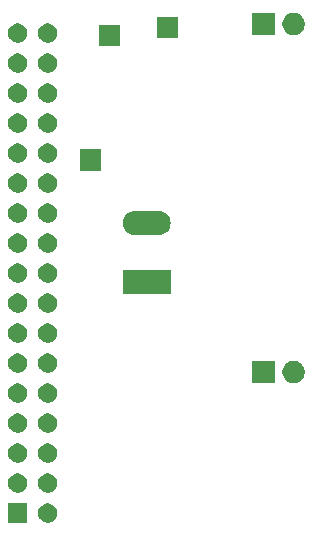
<source format=gbr>
G04 #@! TF.GenerationSoftware,KiCad,Pcbnew,5.1.6-c6e7f7d~87~ubuntu18.04.1*
G04 #@! TF.CreationDate,2020-08-09T11:44:03+02:00*
G04 #@! TF.ProjectId,sboxnet-dccgen,73626f78-6e65-4742-9d64-636367656e2e,rev?*
G04 #@! TF.SameCoordinates,Original*
G04 #@! TF.FileFunction,Soldermask,Top*
G04 #@! TF.FilePolarity,Negative*
%FSLAX46Y46*%
G04 Gerber Fmt 4.6, Leading zero omitted, Abs format (unit mm)*
G04 Created by KiCad (PCBNEW 5.1.6-c6e7f7d~87~ubuntu18.04.1) date 2020-08-09 11:44:03*
%MOMM*%
%LPD*%
G01*
G04 APERTURE LIST*
%ADD10C,0.100000*%
G04 APERTURE END LIST*
D10*
G36*
X31987142Y-93198242D02*
G01*
X32135101Y-93259529D01*
X32268255Y-93348499D01*
X32381501Y-93461745D01*
X32470471Y-93594899D01*
X32531758Y-93742858D01*
X32563000Y-93899925D01*
X32563000Y-94060075D01*
X32531758Y-94217142D01*
X32470471Y-94365101D01*
X32381501Y-94498255D01*
X32268255Y-94611501D01*
X32135101Y-94700471D01*
X31987142Y-94761758D01*
X31830075Y-94793000D01*
X31669925Y-94793000D01*
X31512858Y-94761758D01*
X31364899Y-94700471D01*
X31231745Y-94611501D01*
X31118499Y-94498255D01*
X31029529Y-94365101D01*
X30968242Y-94217142D01*
X30937000Y-94060075D01*
X30937000Y-93899925D01*
X30968242Y-93742858D01*
X31029529Y-93594899D01*
X31118499Y-93461745D01*
X31231745Y-93348499D01*
X31364899Y-93259529D01*
X31512858Y-93198242D01*
X31669925Y-93167000D01*
X31830075Y-93167000D01*
X31987142Y-93198242D01*
G37*
G36*
X30023000Y-94793000D02*
G01*
X28397000Y-94793000D01*
X28397000Y-93167000D01*
X30023000Y-93167000D01*
X30023000Y-94793000D01*
G37*
G36*
X29447142Y-90658242D02*
G01*
X29595101Y-90719529D01*
X29728255Y-90808499D01*
X29841501Y-90921745D01*
X29930471Y-91054899D01*
X29991758Y-91202858D01*
X30023000Y-91359925D01*
X30023000Y-91520075D01*
X29991758Y-91677142D01*
X29930471Y-91825101D01*
X29841501Y-91958255D01*
X29728255Y-92071501D01*
X29595101Y-92160471D01*
X29447142Y-92221758D01*
X29290075Y-92253000D01*
X29129925Y-92253000D01*
X28972858Y-92221758D01*
X28824899Y-92160471D01*
X28691745Y-92071501D01*
X28578499Y-91958255D01*
X28489529Y-91825101D01*
X28428242Y-91677142D01*
X28397000Y-91520075D01*
X28397000Y-91359925D01*
X28428242Y-91202858D01*
X28489529Y-91054899D01*
X28578499Y-90921745D01*
X28691745Y-90808499D01*
X28824899Y-90719529D01*
X28972858Y-90658242D01*
X29129925Y-90627000D01*
X29290075Y-90627000D01*
X29447142Y-90658242D01*
G37*
G36*
X31987142Y-90658242D02*
G01*
X32135101Y-90719529D01*
X32268255Y-90808499D01*
X32381501Y-90921745D01*
X32470471Y-91054899D01*
X32531758Y-91202858D01*
X32563000Y-91359925D01*
X32563000Y-91520075D01*
X32531758Y-91677142D01*
X32470471Y-91825101D01*
X32381501Y-91958255D01*
X32268255Y-92071501D01*
X32135101Y-92160471D01*
X31987142Y-92221758D01*
X31830075Y-92253000D01*
X31669925Y-92253000D01*
X31512858Y-92221758D01*
X31364899Y-92160471D01*
X31231745Y-92071501D01*
X31118499Y-91958255D01*
X31029529Y-91825101D01*
X30968242Y-91677142D01*
X30937000Y-91520075D01*
X30937000Y-91359925D01*
X30968242Y-91202858D01*
X31029529Y-91054899D01*
X31118499Y-90921745D01*
X31231745Y-90808499D01*
X31364899Y-90719529D01*
X31512858Y-90658242D01*
X31669925Y-90627000D01*
X31830075Y-90627000D01*
X31987142Y-90658242D01*
G37*
G36*
X29447142Y-88118242D02*
G01*
X29595101Y-88179529D01*
X29728255Y-88268499D01*
X29841501Y-88381745D01*
X29930471Y-88514899D01*
X29991758Y-88662858D01*
X30023000Y-88819925D01*
X30023000Y-88980075D01*
X29991758Y-89137142D01*
X29930471Y-89285101D01*
X29841501Y-89418255D01*
X29728255Y-89531501D01*
X29595101Y-89620471D01*
X29447142Y-89681758D01*
X29290075Y-89713000D01*
X29129925Y-89713000D01*
X28972858Y-89681758D01*
X28824899Y-89620471D01*
X28691745Y-89531501D01*
X28578499Y-89418255D01*
X28489529Y-89285101D01*
X28428242Y-89137142D01*
X28397000Y-88980075D01*
X28397000Y-88819925D01*
X28428242Y-88662858D01*
X28489529Y-88514899D01*
X28578499Y-88381745D01*
X28691745Y-88268499D01*
X28824899Y-88179529D01*
X28972858Y-88118242D01*
X29129925Y-88087000D01*
X29290075Y-88087000D01*
X29447142Y-88118242D01*
G37*
G36*
X31987142Y-88118242D02*
G01*
X32135101Y-88179529D01*
X32268255Y-88268499D01*
X32381501Y-88381745D01*
X32470471Y-88514899D01*
X32531758Y-88662858D01*
X32563000Y-88819925D01*
X32563000Y-88980075D01*
X32531758Y-89137142D01*
X32470471Y-89285101D01*
X32381501Y-89418255D01*
X32268255Y-89531501D01*
X32135101Y-89620471D01*
X31987142Y-89681758D01*
X31830075Y-89713000D01*
X31669925Y-89713000D01*
X31512858Y-89681758D01*
X31364899Y-89620471D01*
X31231745Y-89531501D01*
X31118499Y-89418255D01*
X31029529Y-89285101D01*
X30968242Y-89137142D01*
X30937000Y-88980075D01*
X30937000Y-88819925D01*
X30968242Y-88662858D01*
X31029529Y-88514899D01*
X31118499Y-88381745D01*
X31231745Y-88268499D01*
X31364899Y-88179529D01*
X31512858Y-88118242D01*
X31669925Y-88087000D01*
X31830075Y-88087000D01*
X31987142Y-88118242D01*
G37*
G36*
X29447142Y-85578242D02*
G01*
X29595101Y-85639529D01*
X29728255Y-85728499D01*
X29841501Y-85841745D01*
X29930471Y-85974899D01*
X29991758Y-86122858D01*
X30023000Y-86279925D01*
X30023000Y-86440075D01*
X29991758Y-86597142D01*
X29930471Y-86745101D01*
X29841501Y-86878255D01*
X29728255Y-86991501D01*
X29595101Y-87080471D01*
X29447142Y-87141758D01*
X29290075Y-87173000D01*
X29129925Y-87173000D01*
X28972858Y-87141758D01*
X28824899Y-87080471D01*
X28691745Y-86991501D01*
X28578499Y-86878255D01*
X28489529Y-86745101D01*
X28428242Y-86597142D01*
X28397000Y-86440075D01*
X28397000Y-86279925D01*
X28428242Y-86122858D01*
X28489529Y-85974899D01*
X28578499Y-85841745D01*
X28691745Y-85728499D01*
X28824899Y-85639529D01*
X28972858Y-85578242D01*
X29129925Y-85547000D01*
X29290075Y-85547000D01*
X29447142Y-85578242D01*
G37*
G36*
X31987142Y-85578242D02*
G01*
X32135101Y-85639529D01*
X32268255Y-85728499D01*
X32381501Y-85841745D01*
X32470471Y-85974899D01*
X32531758Y-86122858D01*
X32563000Y-86279925D01*
X32563000Y-86440075D01*
X32531758Y-86597142D01*
X32470471Y-86745101D01*
X32381501Y-86878255D01*
X32268255Y-86991501D01*
X32135101Y-87080471D01*
X31987142Y-87141758D01*
X31830075Y-87173000D01*
X31669925Y-87173000D01*
X31512858Y-87141758D01*
X31364899Y-87080471D01*
X31231745Y-86991501D01*
X31118499Y-86878255D01*
X31029529Y-86745101D01*
X30968242Y-86597142D01*
X30937000Y-86440075D01*
X30937000Y-86279925D01*
X30968242Y-86122858D01*
X31029529Y-85974899D01*
X31118499Y-85841745D01*
X31231745Y-85728499D01*
X31364899Y-85639529D01*
X31512858Y-85578242D01*
X31669925Y-85547000D01*
X31830075Y-85547000D01*
X31987142Y-85578242D01*
G37*
G36*
X31987142Y-83038242D02*
G01*
X32135101Y-83099529D01*
X32268255Y-83188499D01*
X32381501Y-83301745D01*
X32470471Y-83434899D01*
X32531758Y-83582858D01*
X32563000Y-83739925D01*
X32563000Y-83900075D01*
X32531758Y-84057142D01*
X32470471Y-84205101D01*
X32381501Y-84338255D01*
X32268255Y-84451501D01*
X32135101Y-84540471D01*
X31987142Y-84601758D01*
X31830075Y-84633000D01*
X31669925Y-84633000D01*
X31512858Y-84601758D01*
X31364899Y-84540471D01*
X31231745Y-84451501D01*
X31118499Y-84338255D01*
X31029529Y-84205101D01*
X30968242Y-84057142D01*
X30937000Y-83900075D01*
X30937000Y-83739925D01*
X30968242Y-83582858D01*
X31029529Y-83434899D01*
X31118499Y-83301745D01*
X31231745Y-83188499D01*
X31364899Y-83099529D01*
X31512858Y-83038242D01*
X31669925Y-83007000D01*
X31830075Y-83007000D01*
X31987142Y-83038242D01*
G37*
G36*
X29447142Y-83038242D02*
G01*
X29595101Y-83099529D01*
X29728255Y-83188499D01*
X29841501Y-83301745D01*
X29930471Y-83434899D01*
X29991758Y-83582858D01*
X30023000Y-83739925D01*
X30023000Y-83900075D01*
X29991758Y-84057142D01*
X29930471Y-84205101D01*
X29841501Y-84338255D01*
X29728255Y-84451501D01*
X29595101Y-84540471D01*
X29447142Y-84601758D01*
X29290075Y-84633000D01*
X29129925Y-84633000D01*
X28972858Y-84601758D01*
X28824899Y-84540471D01*
X28691745Y-84451501D01*
X28578499Y-84338255D01*
X28489529Y-84205101D01*
X28428242Y-84057142D01*
X28397000Y-83900075D01*
X28397000Y-83739925D01*
X28428242Y-83582858D01*
X28489529Y-83434899D01*
X28578499Y-83301745D01*
X28691745Y-83188499D01*
X28824899Y-83099529D01*
X28972858Y-83038242D01*
X29129925Y-83007000D01*
X29290075Y-83007000D01*
X29447142Y-83038242D01*
G37*
G36*
X52855395Y-81127546D02*
G01*
X53028466Y-81199234D01*
X53105818Y-81250919D01*
X53184227Y-81303310D01*
X53316690Y-81435773D01*
X53316691Y-81435775D01*
X53420766Y-81591534D01*
X53492454Y-81764605D01*
X53529000Y-81948333D01*
X53529000Y-82135667D01*
X53492454Y-82319395D01*
X53420766Y-82492466D01*
X53420765Y-82492467D01*
X53316690Y-82648227D01*
X53184227Y-82780690D01*
X53105818Y-82833081D01*
X53028466Y-82884766D01*
X52855395Y-82956454D01*
X52671667Y-82993000D01*
X52484333Y-82993000D01*
X52300605Y-82956454D01*
X52127534Y-82884766D01*
X52050182Y-82833081D01*
X51971773Y-82780690D01*
X51839310Y-82648227D01*
X51735235Y-82492467D01*
X51735234Y-82492466D01*
X51663546Y-82319395D01*
X51627000Y-82135667D01*
X51627000Y-81948333D01*
X51663546Y-81764605D01*
X51735234Y-81591534D01*
X51839309Y-81435775D01*
X51839310Y-81435773D01*
X51971773Y-81303310D01*
X52050182Y-81250919D01*
X52127534Y-81199234D01*
X52300605Y-81127546D01*
X52484333Y-81091000D01*
X52671667Y-81091000D01*
X52855395Y-81127546D01*
G37*
G36*
X50989000Y-82993000D02*
G01*
X49087000Y-82993000D01*
X49087000Y-81091000D01*
X50989000Y-81091000D01*
X50989000Y-82993000D01*
G37*
G36*
X29447142Y-80498242D02*
G01*
X29595101Y-80559529D01*
X29728255Y-80648499D01*
X29841501Y-80761745D01*
X29930471Y-80894899D01*
X29991758Y-81042858D01*
X30023000Y-81199925D01*
X30023000Y-81360075D01*
X29991758Y-81517142D01*
X29930471Y-81665101D01*
X29841501Y-81798255D01*
X29728255Y-81911501D01*
X29595101Y-82000471D01*
X29447142Y-82061758D01*
X29290075Y-82093000D01*
X29129925Y-82093000D01*
X28972858Y-82061758D01*
X28824899Y-82000471D01*
X28691745Y-81911501D01*
X28578499Y-81798255D01*
X28489529Y-81665101D01*
X28428242Y-81517142D01*
X28397000Y-81360075D01*
X28397000Y-81199925D01*
X28428242Y-81042858D01*
X28489529Y-80894899D01*
X28578499Y-80761745D01*
X28691745Y-80648499D01*
X28824899Y-80559529D01*
X28972858Y-80498242D01*
X29129925Y-80467000D01*
X29290075Y-80467000D01*
X29447142Y-80498242D01*
G37*
G36*
X31987142Y-80498242D02*
G01*
X32135101Y-80559529D01*
X32268255Y-80648499D01*
X32381501Y-80761745D01*
X32470471Y-80894899D01*
X32531758Y-81042858D01*
X32563000Y-81199925D01*
X32563000Y-81360075D01*
X32531758Y-81517142D01*
X32470471Y-81665101D01*
X32381501Y-81798255D01*
X32268255Y-81911501D01*
X32135101Y-82000471D01*
X31987142Y-82061758D01*
X31830075Y-82093000D01*
X31669925Y-82093000D01*
X31512858Y-82061758D01*
X31364899Y-82000471D01*
X31231745Y-81911501D01*
X31118499Y-81798255D01*
X31029529Y-81665101D01*
X30968242Y-81517142D01*
X30937000Y-81360075D01*
X30937000Y-81199925D01*
X30968242Y-81042858D01*
X31029529Y-80894899D01*
X31118499Y-80761745D01*
X31231745Y-80648499D01*
X31364899Y-80559529D01*
X31512858Y-80498242D01*
X31669925Y-80467000D01*
X31830075Y-80467000D01*
X31987142Y-80498242D01*
G37*
G36*
X29447142Y-77958242D02*
G01*
X29595101Y-78019529D01*
X29728255Y-78108499D01*
X29841501Y-78221745D01*
X29930471Y-78354899D01*
X29991758Y-78502858D01*
X30023000Y-78659925D01*
X30023000Y-78820075D01*
X29991758Y-78977142D01*
X29930471Y-79125101D01*
X29841501Y-79258255D01*
X29728255Y-79371501D01*
X29595101Y-79460471D01*
X29447142Y-79521758D01*
X29290075Y-79553000D01*
X29129925Y-79553000D01*
X28972858Y-79521758D01*
X28824899Y-79460471D01*
X28691745Y-79371501D01*
X28578499Y-79258255D01*
X28489529Y-79125101D01*
X28428242Y-78977142D01*
X28397000Y-78820075D01*
X28397000Y-78659925D01*
X28428242Y-78502858D01*
X28489529Y-78354899D01*
X28578499Y-78221745D01*
X28691745Y-78108499D01*
X28824899Y-78019529D01*
X28972858Y-77958242D01*
X29129925Y-77927000D01*
X29290075Y-77927000D01*
X29447142Y-77958242D01*
G37*
G36*
X31987142Y-77958242D02*
G01*
X32135101Y-78019529D01*
X32268255Y-78108499D01*
X32381501Y-78221745D01*
X32470471Y-78354899D01*
X32531758Y-78502858D01*
X32563000Y-78659925D01*
X32563000Y-78820075D01*
X32531758Y-78977142D01*
X32470471Y-79125101D01*
X32381501Y-79258255D01*
X32268255Y-79371501D01*
X32135101Y-79460471D01*
X31987142Y-79521758D01*
X31830075Y-79553000D01*
X31669925Y-79553000D01*
X31512858Y-79521758D01*
X31364899Y-79460471D01*
X31231745Y-79371501D01*
X31118499Y-79258255D01*
X31029529Y-79125101D01*
X30968242Y-78977142D01*
X30937000Y-78820075D01*
X30937000Y-78659925D01*
X30968242Y-78502858D01*
X31029529Y-78354899D01*
X31118499Y-78221745D01*
X31231745Y-78108499D01*
X31364899Y-78019529D01*
X31512858Y-77958242D01*
X31669925Y-77927000D01*
X31830075Y-77927000D01*
X31987142Y-77958242D01*
G37*
G36*
X29447142Y-75418242D02*
G01*
X29595101Y-75479529D01*
X29728255Y-75568499D01*
X29841501Y-75681745D01*
X29930471Y-75814899D01*
X29991758Y-75962858D01*
X30023000Y-76119925D01*
X30023000Y-76280075D01*
X29991758Y-76437142D01*
X29930471Y-76585101D01*
X29841501Y-76718255D01*
X29728255Y-76831501D01*
X29595101Y-76920471D01*
X29447142Y-76981758D01*
X29290075Y-77013000D01*
X29129925Y-77013000D01*
X28972858Y-76981758D01*
X28824899Y-76920471D01*
X28691745Y-76831501D01*
X28578499Y-76718255D01*
X28489529Y-76585101D01*
X28428242Y-76437142D01*
X28397000Y-76280075D01*
X28397000Y-76119925D01*
X28428242Y-75962858D01*
X28489529Y-75814899D01*
X28578499Y-75681745D01*
X28691745Y-75568499D01*
X28824899Y-75479529D01*
X28972858Y-75418242D01*
X29129925Y-75387000D01*
X29290075Y-75387000D01*
X29447142Y-75418242D01*
G37*
G36*
X31987142Y-75418242D02*
G01*
X32135101Y-75479529D01*
X32268255Y-75568499D01*
X32381501Y-75681745D01*
X32470471Y-75814899D01*
X32531758Y-75962858D01*
X32563000Y-76119925D01*
X32563000Y-76280075D01*
X32531758Y-76437142D01*
X32470471Y-76585101D01*
X32381501Y-76718255D01*
X32268255Y-76831501D01*
X32135101Y-76920471D01*
X31987142Y-76981758D01*
X31830075Y-77013000D01*
X31669925Y-77013000D01*
X31512858Y-76981758D01*
X31364899Y-76920471D01*
X31231745Y-76831501D01*
X31118499Y-76718255D01*
X31029529Y-76585101D01*
X30968242Y-76437142D01*
X30937000Y-76280075D01*
X30937000Y-76119925D01*
X30968242Y-75962858D01*
X31029529Y-75814899D01*
X31118499Y-75681745D01*
X31231745Y-75568499D01*
X31364899Y-75479529D01*
X31512858Y-75418242D01*
X31669925Y-75387000D01*
X31830075Y-75387000D01*
X31987142Y-75418242D01*
G37*
G36*
X42163000Y-75463000D02*
G01*
X38101000Y-75463000D01*
X38101000Y-73381000D01*
X42163000Y-73381000D01*
X42163000Y-75463000D01*
G37*
G36*
X31987142Y-72878242D02*
G01*
X32135101Y-72939529D01*
X32268255Y-73028499D01*
X32381501Y-73141745D01*
X32470471Y-73274899D01*
X32531758Y-73422858D01*
X32563000Y-73579925D01*
X32563000Y-73740075D01*
X32531758Y-73897142D01*
X32470471Y-74045101D01*
X32381501Y-74178255D01*
X32268255Y-74291501D01*
X32135101Y-74380471D01*
X31987142Y-74441758D01*
X31830075Y-74473000D01*
X31669925Y-74473000D01*
X31512858Y-74441758D01*
X31364899Y-74380471D01*
X31231745Y-74291501D01*
X31118499Y-74178255D01*
X31029529Y-74045101D01*
X30968242Y-73897142D01*
X30937000Y-73740075D01*
X30937000Y-73579925D01*
X30968242Y-73422858D01*
X31029529Y-73274899D01*
X31118499Y-73141745D01*
X31231745Y-73028499D01*
X31364899Y-72939529D01*
X31512858Y-72878242D01*
X31669925Y-72847000D01*
X31830075Y-72847000D01*
X31987142Y-72878242D01*
G37*
G36*
X29447142Y-72878242D02*
G01*
X29595101Y-72939529D01*
X29728255Y-73028499D01*
X29841501Y-73141745D01*
X29930471Y-73274899D01*
X29991758Y-73422858D01*
X30023000Y-73579925D01*
X30023000Y-73740075D01*
X29991758Y-73897142D01*
X29930471Y-74045101D01*
X29841501Y-74178255D01*
X29728255Y-74291501D01*
X29595101Y-74380471D01*
X29447142Y-74441758D01*
X29290075Y-74473000D01*
X29129925Y-74473000D01*
X28972858Y-74441758D01*
X28824899Y-74380471D01*
X28691745Y-74291501D01*
X28578499Y-74178255D01*
X28489529Y-74045101D01*
X28428242Y-73897142D01*
X28397000Y-73740075D01*
X28397000Y-73579925D01*
X28428242Y-73422858D01*
X28489529Y-73274899D01*
X28578499Y-73141745D01*
X28691745Y-73028499D01*
X28824899Y-72939529D01*
X28972858Y-72878242D01*
X29129925Y-72847000D01*
X29290075Y-72847000D01*
X29447142Y-72878242D01*
G37*
G36*
X31987142Y-70338242D02*
G01*
X32135101Y-70399529D01*
X32268255Y-70488499D01*
X32381501Y-70601745D01*
X32470471Y-70734899D01*
X32531758Y-70882858D01*
X32563000Y-71039925D01*
X32563000Y-71200075D01*
X32531758Y-71357142D01*
X32470471Y-71505101D01*
X32381501Y-71638255D01*
X32268255Y-71751501D01*
X32135101Y-71840471D01*
X31987142Y-71901758D01*
X31830075Y-71933000D01*
X31669925Y-71933000D01*
X31512858Y-71901758D01*
X31364899Y-71840471D01*
X31231745Y-71751501D01*
X31118499Y-71638255D01*
X31029529Y-71505101D01*
X30968242Y-71357142D01*
X30937000Y-71200075D01*
X30937000Y-71039925D01*
X30968242Y-70882858D01*
X31029529Y-70734899D01*
X31118499Y-70601745D01*
X31231745Y-70488499D01*
X31364899Y-70399529D01*
X31512858Y-70338242D01*
X31669925Y-70307000D01*
X31830075Y-70307000D01*
X31987142Y-70338242D01*
G37*
G36*
X29447142Y-70338242D02*
G01*
X29595101Y-70399529D01*
X29728255Y-70488499D01*
X29841501Y-70601745D01*
X29930471Y-70734899D01*
X29991758Y-70882858D01*
X30023000Y-71039925D01*
X30023000Y-71200075D01*
X29991758Y-71357142D01*
X29930471Y-71505101D01*
X29841501Y-71638255D01*
X29728255Y-71751501D01*
X29595101Y-71840471D01*
X29447142Y-71901758D01*
X29290075Y-71933000D01*
X29129925Y-71933000D01*
X28972858Y-71901758D01*
X28824899Y-71840471D01*
X28691745Y-71751501D01*
X28578499Y-71638255D01*
X28489529Y-71505101D01*
X28428242Y-71357142D01*
X28397000Y-71200075D01*
X28397000Y-71039925D01*
X28428242Y-70882858D01*
X28489529Y-70734899D01*
X28578499Y-70601745D01*
X28691745Y-70488499D01*
X28824899Y-70399529D01*
X28972858Y-70338242D01*
X29129925Y-70307000D01*
X29290075Y-70307000D01*
X29447142Y-70338242D01*
G37*
G36*
X41224112Y-68386021D02*
G01*
X41326072Y-68396063D01*
X41522301Y-68455589D01*
X41522303Y-68455590D01*
X41703145Y-68552252D01*
X41861660Y-68682340D01*
X41972288Y-68817143D01*
X41991747Y-68840854D01*
X42088411Y-69021699D01*
X42147937Y-69217928D01*
X42168036Y-69422000D01*
X42147937Y-69626072D01*
X42088411Y-69822301D01*
X42088410Y-69822303D01*
X41991748Y-70003145D01*
X41861660Y-70161660D01*
X41703145Y-70291748D01*
X41522303Y-70388410D01*
X41522301Y-70388411D01*
X41326072Y-70447937D01*
X41224112Y-70457979D01*
X41173133Y-70463000D01*
X39090867Y-70463000D01*
X39039888Y-70457979D01*
X38937928Y-70447937D01*
X38741699Y-70388411D01*
X38741697Y-70388410D01*
X38560855Y-70291748D01*
X38402340Y-70161660D01*
X38272252Y-70003145D01*
X38175590Y-69822303D01*
X38175589Y-69822301D01*
X38116063Y-69626072D01*
X38095964Y-69422000D01*
X38116063Y-69217928D01*
X38175589Y-69021699D01*
X38272253Y-68840854D01*
X38291712Y-68817143D01*
X38402340Y-68682340D01*
X38560855Y-68552252D01*
X38741697Y-68455590D01*
X38741699Y-68455589D01*
X38937928Y-68396063D01*
X39039888Y-68386021D01*
X39090867Y-68381000D01*
X41173133Y-68381000D01*
X41224112Y-68386021D01*
G37*
G36*
X29447142Y-67798242D02*
G01*
X29595101Y-67859529D01*
X29728255Y-67948499D01*
X29841501Y-68061745D01*
X29930471Y-68194899D01*
X29991758Y-68342858D01*
X30023000Y-68499925D01*
X30023000Y-68660075D01*
X29991758Y-68817142D01*
X29930471Y-68965101D01*
X29841501Y-69098255D01*
X29728255Y-69211501D01*
X29595101Y-69300471D01*
X29447142Y-69361758D01*
X29290075Y-69393000D01*
X29129925Y-69393000D01*
X28972858Y-69361758D01*
X28824899Y-69300471D01*
X28691745Y-69211501D01*
X28578499Y-69098255D01*
X28489529Y-68965101D01*
X28428242Y-68817142D01*
X28397000Y-68660075D01*
X28397000Y-68499925D01*
X28428242Y-68342858D01*
X28489529Y-68194899D01*
X28578499Y-68061745D01*
X28691745Y-67948499D01*
X28824899Y-67859529D01*
X28972858Y-67798242D01*
X29129925Y-67767000D01*
X29290075Y-67767000D01*
X29447142Y-67798242D01*
G37*
G36*
X31987142Y-67798242D02*
G01*
X32135101Y-67859529D01*
X32268255Y-67948499D01*
X32381501Y-68061745D01*
X32470471Y-68194899D01*
X32531758Y-68342858D01*
X32563000Y-68499925D01*
X32563000Y-68660075D01*
X32531758Y-68817142D01*
X32470471Y-68965101D01*
X32381501Y-69098255D01*
X32268255Y-69211501D01*
X32135101Y-69300471D01*
X31987142Y-69361758D01*
X31830075Y-69393000D01*
X31669925Y-69393000D01*
X31512858Y-69361758D01*
X31364899Y-69300471D01*
X31231745Y-69211501D01*
X31118499Y-69098255D01*
X31029529Y-68965101D01*
X30968242Y-68817142D01*
X30937000Y-68660075D01*
X30937000Y-68499925D01*
X30968242Y-68342858D01*
X31029529Y-68194899D01*
X31118499Y-68061745D01*
X31231745Y-67948499D01*
X31364899Y-67859529D01*
X31512858Y-67798242D01*
X31669925Y-67767000D01*
X31830075Y-67767000D01*
X31987142Y-67798242D01*
G37*
G36*
X31987142Y-65258242D02*
G01*
X32135101Y-65319529D01*
X32268255Y-65408499D01*
X32381501Y-65521745D01*
X32470471Y-65654899D01*
X32531758Y-65802858D01*
X32563000Y-65959925D01*
X32563000Y-66120075D01*
X32531758Y-66277142D01*
X32470471Y-66425101D01*
X32381501Y-66558255D01*
X32268255Y-66671501D01*
X32135101Y-66760471D01*
X31987142Y-66821758D01*
X31830075Y-66853000D01*
X31669925Y-66853000D01*
X31512858Y-66821758D01*
X31364899Y-66760471D01*
X31231745Y-66671501D01*
X31118499Y-66558255D01*
X31029529Y-66425101D01*
X30968242Y-66277142D01*
X30937000Y-66120075D01*
X30937000Y-65959925D01*
X30968242Y-65802858D01*
X31029529Y-65654899D01*
X31118499Y-65521745D01*
X31231745Y-65408499D01*
X31364899Y-65319529D01*
X31512858Y-65258242D01*
X31669925Y-65227000D01*
X31830075Y-65227000D01*
X31987142Y-65258242D01*
G37*
G36*
X29447142Y-65258242D02*
G01*
X29595101Y-65319529D01*
X29728255Y-65408499D01*
X29841501Y-65521745D01*
X29930471Y-65654899D01*
X29991758Y-65802858D01*
X30023000Y-65959925D01*
X30023000Y-66120075D01*
X29991758Y-66277142D01*
X29930471Y-66425101D01*
X29841501Y-66558255D01*
X29728255Y-66671501D01*
X29595101Y-66760471D01*
X29447142Y-66821758D01*
X29290075Y-66853000D01*
X29129925Y-66853000D01*
X28972858Y-66821758D01*
X28824899Y-66760471D01*
X28691745Y-66671501D01*
X28578499Y-66558255D01*
X28489529Y-66425101D01*
X28428242Y-66277142D01*
X28397000Y-66120075D01*
X28397000Y-65959925D01*
X28428242Y-65802858D01*
X28489529Y-65654899D01*
X28578499Y-65521745D01*
X28691745Y-65408499D01*
X28824899Y-65319529D01*
X28972858Y-65258242D01*
X29129925Y-65227000D01*
X29290075Y-65227000D01*
X29447142Y-65258242D01*
G37*
G36*
X36301000Y-65001000D02*
G01*
X34499000Y-65001000D01*
X34499000Y-63199000D01*
X36301000Y-63199000D01*
X36301000Y-65001000D01*
G37*
G36*
X31987142Y-62718242D02*
G01*
X32135101Y-62779529D01*
X32268255Y-62868499D01*
X32381501Y-62981745D01*
X32470471Y-63114899D01*
X32531758Y-63262858D01*
X32563000Y-63419925D01*
X32563000Y-63580075D01*
X32531758Y-63737142D01*
X32470471Y-63885101D01*
X32381501Y-64018255D01*
X32268255Y-64131501D01*
X32135101Y-64220471D01*
X31987142Y-64281758D01*
X31830075Y-64313000D01*
X31669925Y-64313000D01*
X31512858Y-64281758D01*
X31364899Y-64220471D01*
X31231745Y-64131501D01*
X31118499Y-64018255D01*
X31029529Y-63885101D01*
X30968242Y-63737142D01*
X30937000Y-63580075D01*
X30937000Y-63419925D01*
X30968242Y-63262858D01*
X31029529Y-63114899D01*
X31118499Y-62981745D01*
X31231745Y-62868499D01*
X31364899Y-62779529D01*
X31512858Y-62718242D01*
X31669925Y-62687000D01*
X31830075Y-62687000D01*
X31987142Y-62718242D01*
G37*
G36*
X29447142Y-62718242D02*
G01*
X29595101Y-62779529D01*
X29728255Y-62868499D01*
X29841501Y-62981745D01*
X29930471Y-63114899D01*
X29991758Y-63262858D01*
X30023000Y-63419925D01*
X30023000Y-63580075D01*
X29991758Y-63737142D01*
X29930471Y-63885101D01*
X29841501Y-64018255D01*
X29728255Y-64131501D01*
X29595101Y-64220471D01*
X29447142Y-64281758D01*
X29290075Y-64313000D01*
X29129925Y-64313000D01*
X28972858Y-64281758D01*
X28824899Y-64220471D01*
X28691745Y-64131501D01*
X28578499Y-64018255D01*
X28489529Y-63885101D01*
X28428242Y-63737142D01*
X28397000Y-63580075D01*
X28397000Y-63419925D01*
X28428242Y-63262858D01*
X28489529Y-63114899D01*
X28578499Y-62981745D01*
X28691745Y-62868499D01*
X28824899Y-62779529D01*
X28972858Y-62718242D01*
X29129925Y-62687000D01*
X29290075Y-62687000D01*
X29447142Y-62718242D01*
G37*
G36*
X29447142Y-60178242D02*
G01*
X29595101Y-60239529D01*
X29728255Y-60328499D01*
X29841501Y-60441745D01*
X29930471Y-60574899D01*
X29991758Y-60722858D01*
X30023000Y-60879925D01*
X30023000Y-61040075D01*
X29991758Y-61197142D01*
X29930471Y-61345101D01*
X29841501Y-61478255D01*
X29728255Y-61591501D01*
X29595101Y-61680471D01*
X29447142Y-61741758D01*
X29290075Y-61773000D01*
X29129925Y-61773000D01*
X28972858Y-61741758D01*
X28824899Y-61680471D01*
X28691745Y-61591501D01*
X28578499Y-61478255D01*
X28489529Y-61345101D01*
X28428242Y-61197142D01*
X28397000Y-61040075D01*
X28397000Y-60879925D01*
X28428242Y-60722858D01*
X28489529Y-60574899D01*
X28578499Y-60441745D01*
X28691745Y-60328499D01*
X28824899Y-60239529D01*
X28972858Y-60178242D01*
X29129925Y-60147000D01*
X29290075Y-60147000D01*
X29447142Y-60178242D01*
G37*
G36*
X31987142Y-60178242D02*
G01*
X32135101Y-60239529D01*
X32268255Y-60328499D01*
X32381501Y-60441745D01*
X32470471Y-60574899D01*
X32531758Y-60722858D01*
X32563000Y-60879925D01*
X32563000Y-61040075D01*
X32531758Y-61197142D01*
X32470471Y-61345101D01*
X32381501Y-61478255D01*
X32268255Y-61591501D01*
X32135101Y-61680471D01*
X31987142Y-61741758D01*
X31830075Y-61773000D01*
X31669925Y-61773000D01*
X31512858Y-61741758D01*
X31364899Y-61680471D01*
X31231745Y-61591501D01*
X31118499Y-61478255D01*
X31029529Y-61345101D01*
X30968242Y-61197142D01*
X30937000Y-61040075D01*
X30937000Y-60879925D01*
X30968242Y-60722858D01*
X31029529Y-60574899D01*
X31118499Y-60441745D01*
X31231745Y-60328499D01*
X31364899Y-60239529D01*
X31512858Y-60178242D01*
X31669925Y-60147000D01*
X31830075Y-60147000D01*
X31987142Y-60178242D01*
G37*
G36*
X31987142Y-57638242D02*
G01*
X32135101Y-57699529D01*
X32268255Y-57788499D01*
X32381501Y-57901745D01*
X32470471Y-58034899D01*
X32531758Y-58182858D01*
X32563000Y-58339925D01*
X32563000Y-58500075D01*
X32531758Y-58657142D01*
X32470471Y-58805101D01*
X32381501Y-58938255D01*
X32268255Y-59051501D01*
X32135101Y-59140471D01*
X31987142Y-59201758D01*
X31830075Y-59233000D01*
X31669925Y-59233000D01*
X31512858Y-59201758D01*
X31364899Y-59140471D01*
X31231745Y-59051501D01*
X31118499Y-58938255D01*
X31029529Y-58805101D01*
X30968242Y-58657142D01*
X30937000Y-58500075D01*
X30937000Y-58339925D01*
X30968242Y-58182858D01*
X31029529Y-58034899D01*
X31118499Y-57901745D01*
X31231745Y-57788499D01*
X31364899Y-57699529D01*
X31512858Y-57638242D01*
X31669925Y-57607000D01*
X31830075Y-57607000D01*
X31987142Y-57638242D01*
G37*
G36*
X29447142Y-57638242D02*
G01*
X29595101Y-57699529D01*
X29728255Y-57788499D01*
X29841501Y-57901745D01*
X29930471Y-58034899D01*
X29991758Y-58182858D01*
X30023000Y-58339925D01*
X30023000Y-58500075D01*
X29991758Y-58657142D01*
X29930471Y-58805101D01*
X29841501Y-58938255D01*
X29728255Y-59051501D01*
X29595101Y-59140471D01*
X29447142Y-59201758D01*
X29290075Y-59233000D01*
X29129925Y-59233000D01*
X28972858Y-59201758D01*
X28824899Y-59140471D01*
X28691745Y-59051501D01*
X28578499Y-58938255D01*
X28489529Y-58805101D01*
X28428242Y-58657142D01*
X28397000Y-58500075D01*
X28397000Y-58339925D01*
X28428242Y-58182858D01*
X28489529Y-58034899D01*
X28578499Y-57901745D01*
X28691745Y-57788499D01*
X28824899Y-57699529D01*
X28972858Y-57638242D01*
X29129925Y-57607000D01*
X29290075Y-57607000D01*
X29447142Y-57638242D01*
G37*
G36*
X29447142Y-55098242D02*
G01*
X29595101Y-55159529D01*
X29728255Y-55248499D01*
X29841501Y-55361745D01*
X29930471Y-55494899D01*
X29991758Y-55642858D01*
X30023000Y-55799925D01*
X30023000Y-55960075D01*
X29991758Y-56117142D01*
X29930471Y-56265101D01*
X29841501Y-56398255D01*
X29728255Y-56511501D01*
X29595101Y-56600471D01*
X29447142Y-56661758D01*
X29290075Y-56693000D01*
X29129925Y-56693000D01*
X28972858Y-56661758D01*
X28824899Y-56600471D01*
X28691745Y-56511501D01*
X28578499Y-56398255D01*
X28489529Y-56265101D01*
X28428242Y-56117142D01*
X28397000Y-55960075D01*
X28397000Y-55799925D01*
X28428242Y-55642858D01*
X28489529Y-55494899D01*
X28578499Y-55361745D01*
X28691745Y-55248499D01*
X28824899Y-55159529D01*
X28972858Y-55098242D01*
X29129925Y-55067000D01*
X29290075Y-55067000D01*
X29447142Y-55098242D01*
G37*
G36*
X31987142Y-55098242D02*
G01*
X32135101Y-55159529D01*
X32268255Y-55248499D01*
X32381501Y-55361745D01*
X32470471Y-55494899D01*
X32531758Y-55642858D01*
X32563000Y-55799925D01*
X32563000Y-55960075D01*
X32531758Y-56117142D01*
X32470471Y-56265101D01*
X32381501Y-56398255D01*
X32268255Y-56511501D01*
X32135101Y-56600471D01*
X31987142Y-56661758D01*
X31830075Y-56693000D01*
X31669925Y-56693000D01*
X31512858Y-56661758D01*
X31364899Y-56600471D01*
X31231745Y-56511501D01*
X31118499Y-56398255D01*
X31029529Y-56265101D01*
X30968242Y-56117142D01*
X30937000Y-55960075D01*
X30937000Y-55799925D01*
X30968242Y-55642858D01*
X31029529Y-55494899D01*
X31118499Y-55361745D01*
X31231745Y-55248499D01*
X31364899Y-55159529D01*
X31512858Y-55098242D01*
X31669925Y-55067000D01*
X31830075Y-55067000D01*
X31987142Y-55098242D01*
G37*
G36*
X37883400Y-54444200D02*
G01*
X36081400Y-54444200D01*
X36081400Y-52642200D01*
X37883400Y-52642200D01*
X37883400Y-54444200D01*
G37*
G36*
X31987142Y-52558242D02*
G01*
X32135101Y-52619529D01*
X32268255Y-52708499D01*
X32381501Y-52821745D01*
X32470471Y-52954899D01*
X32531758Y-53102858D01*
X32563000Y-53259925D01*
X32563000Y-53420075D01*
X32531758Y-53577142D01*
X32470471Y-53725101D01*
X32381501Y-53858255D01*
X32268255Y-53971501D01*
X32135101Y-54060471D01*
X31987142Y-54121758D01*
X31830075Y-54153000D01*
X31669925Y-54153000D01*
X31512858Y-54121758D01*
X31364899Y-54060471D01*
X31231745Y-53971501D01*
X31118499Y-53858255D01*
X31029529Y-53725101D01*
X30968242Y-53577142D01*
X30937000Y-53420075D01*
X30937000Y-53259925D01*
X30968242Y-53102858D01*
X31029529Y-52954899D01*
X31118499Y-52821745D01*
X31231745Y-52708499D01*
X31364899Y-52619529D01*
X31512858Y-52558242D01*
X31669925Y-52527000D01*
X31830075Y-52527000D01*
X31987142Y-52558242D01*
G37*
G36*
X29447142Y-52558242D02*
G01*
X29595101Y-52619529D01*
X29728255Y-52708499D01*
X29841501Y-52821745D01*
X29930471Y-52954899D01*
X29991758Y-53102858D01*
X30023000Y-53259925D01*
X30023000Y-53420075D01*
X29991758Y-53577142D01*
X29930471Y-53725101D01*
X29841501Y-53858255D01*
X29728255Y-53971501D01*
X29595101Y-54060471D01*
X29447142Y-54121758D01*
X29290075Y-54153000D01*
X29129925Y-54153000D01*
X28972858Y-54121758D01*
X28824899Y-54060471D01*
X28691745Y-53971501D01*
X28578499Y-53858255D01*
X28489529Y-53725101D01*
X28428242Y-53577142D01*
X28397000Y-53420075D01*
X28397000Y-53259925D01*
X28428242Y-53102858D01*
X28489529Y-52954899D01*
X28578499Y-52821745D01*
X28691745Y-52708499D01*
X28824899Y-52619529D01*
X28972858Y-52558242D01*
X29129925Y-52527000D01*
X29290075Y-52527000D01*
X29447142Y-52558242D01*
G37*
G36*
X42811000Y-53783800D02*
G01*
X41009000Y-53783800D01*
X41009000Y-51981800D01*
X42811000Y-51981800D01*
X42811000Y-53783800D01*
G37*
G36*
X50989000Y-53529000D02*
G01*
X49087000Y-53529000D01*
X49087000Y-51627000D01*
X50989000Y-51627000D01*
X50989000Y-53529000D01*
G37*
G36*
X52855395Y-51663546D02*
G01*
X53028466Y-51735234D01*
X53028467Y-51735235D01*
X53184227Y-51839310D01*
X53316690Y-51971773D01*
X53316691Y-51971775D01*
X53420766Y-52127534D01*
X53492454Y-52300605D01*
X53529000Y-52484333D01*
X53529000Y-52671667D01*
X53492454Y-52855395D01*
X53420766Y-53028466D01*
X53420765Y-53028467D01*
X53316690Y-53184227D01*
X53184227Y-53316690D01*
X53105818Y-53369081D01*
X53028466Y-53420766D01*
X52855395Y-53492454D01*
X52671667Y-53529000D01*
X52484333Y-53529000D01*
X52300605Y-53492454D01*
X52127534Y-53420766D01*
X52050182Y-53369081D01*
X51971773Y-53316690D01*
X51839310Y-53184227D01*
X51735235Y-53028467D01*
X51735234Y-53028466D01*
X51663546Y-52855395D01*
X51627000Y-52671667D01*
X51627000Y-52484333D01*
X51663546Y-52300605D01*
X51735234Y-52127534D01*
X51839309Y-51971775D01*
X51839310Y-51971773D01*
X51971773Y-51839310D01*
X52127533Y-51735235D01*
X52127534Y-51735234D01*
X52300605Y-51663546D01*
X52484333Y-51627000D01*
X52671667Y-51627000D01*
X52855395Y-51663546D01*
G37*
M02*

</source>
